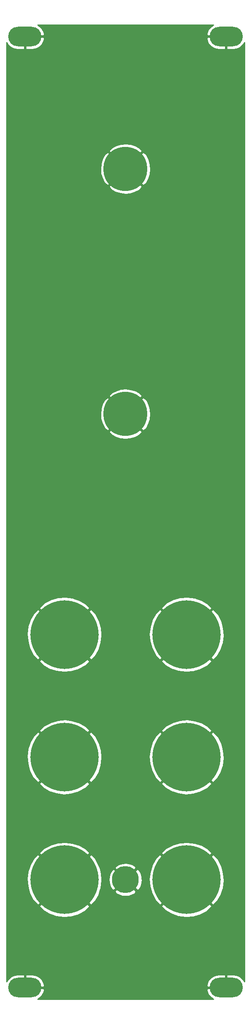
<source format=gbr>
%TF.GenerationSoftware,KiCad,Pcbnew,5.1.8-db9833491~87~ubuntu20.04.1*%
%TF.CreationDate,2020-11-18T23:17:20-05:00*%
%TF.ProjectId,mfos_noise-panel,6d666f73-5f6e-46f6-9973-652d70616e65,rev?*%
%TF.SameCoordinates,Original*%
%TF.FileFunction,Copper,L2,Bot*%
%TF.FilePolarity,Positive*%
%FSLAX46Y46*%
G04 Gerber Fmt 4.6, Leading zero omitted, Abs format (unit mm)*
G04 Created by KiCad (PCBNEW 5.1.8-db9833491~87~ubuntu20.04.1) date 2020-11-18 23:17:20*
%MOMM*%
%LPD*%
G01*
G04 APERTURE LIST*
%TA.AperFunction,ComponentPad*%
%ADD10O,6.800000X4.000000*%
%TD*%
%TA.AperFunction,ComponentPad*%
%ADD11C,14.000000*%
%TD*%
%TA.AperFunction,ComponentPad*%
%ADD12C,5.500000*%
%TD*%
%TA.AperFunction,ComponentPad*%
%ADD13C,9.000000*%
%TD*%
%TA.AperFunction,Conductor*%
%ADD14C,0.254000*%
%TD*%
%TA.AperFunction,Conductor*%
%ADD15C,0.100000*%
%TD*%
G04 APERTURE END LIST*
D10*
%TO.P,H11,1*%
%TO.N,GND*%
X110600000Y-197000000D03*
%TD*%
%TO.P,H13,1*%
%TO.N,GND*%
X110600000Y-3000000D03*
%TD*%
%TO.P,H12,1*%
%TO.N,GND*%
X69400000Y-197000000D03*
%TD*%
%TO.P,H10,1*%
%TO.N,GND*%
X69390000Y-3000000D03*
%TD*%
D11*
%TO.P,H9,1*%
%TO.N,GND*%
X102500000Y-175000000D03*
%TD*%
%TO.P,H8,1*%
%TO.N,GND*%
X77500000Y-150000000D03*
%TD*%
%TO.P,H7,1*%
%TO.N,GND*%
X77500000Y-175000000D03*
%TD*%
%TO.P,H6,1*%
%TO.N,GND*%
X102500000Y-125000000D03*
%TD*%
%TO.P,H5,1*%
%TO.N,GND*%
X102500000Y-150000000D03*
%TD*%
%TO.P,H4,1*%
%TO.N,GND*%
X77500000Y-125000000D03*
%TD*%
D12*
%TO.P,H3,1*%
%TO.N,GND*%
X90000000Y-175000000D03*
%TD*%
D13*
%TO.P,H2,1*%
%TO.N,GND*%
X90000000Y-80000000D03*
%TD*%
%TO.P,H1,1*%
%TO.N,GND*%
X90000000Y-30000000D03*
%TD*%
D14*
%TO.N,GND*%
X107630475Y-879635D02*
X107246970Y-1226576D01*
X106938519Y-1641669D01*
X106716975Y-2108962D01*
X106620333Y-2462838D01*
X106727009Y-2873000D01*
X110473000Y-2873000D01*
X110473000Y-2853000D01*
X110727000Y-2853000D01*
X110727000Y-2873000D01*
X110747000Y-2873000D01*
X110747000Y-3127000D01*
X110727000Y-3127000D01*
X110727000Y-5635000D01*
X112127000Y-5635000D01*
X112638623Y-5559593D01*
X113125704Y-5385822D01*
X113569525Y-5120365D01*
X113953030Y-4773424D01*
X114261481Y-4358331D01*
X114340000Y-4192714D01*
X114340001Y-195807288D01*
X114261481Y-195641669D01*
X113953030Y-195226576D01*
X113569525Y-194879635D01*
X113125704Y-194614178D01*
X112638623Y-194440407D01*
X112127000Y-194365000D01*
X110727000Y-194365000D01*
X110727000Y-196873000D01*
X110747000Y-196873000D01*
X110747000Y-197127000D01*
X110727000Y-197127000D01*
X110727000Y-197147000D01*
X110473000Y-197147000D01*
X110473000Y-197127000D01*
X106727009Y-197127000D01*
X106620333Y-197537162D01*
X106716975Y-197891038D01*
X106938519Y-198358331D01*
X107246970Y-198773424D01*
X107630475Y-199120365D01*
X107997686Y-199340000D01*
X72002314Y-199340000D01*
X72369525Y-199120365D01*
X72753030Y-198773424D01*
X73061481Y-198358331D01*
X73283025Y-197891038D01*
X73379667Y-197537162D01*
X73272991Y-197127000D01*
X69527000Y-197127000D01*
X69527000Y-197147000D01*
X69273000Y-197147000D01*
X69273000Y-197127000D01*
X69253000Y-197127000D01*
X69253000Y-196873000D01*
X69273000Y-196873000D01*
X69273000Y-194365000D01*
X69527000Y-194365000D01*
X69527000Y-196873000D01*
X73272991Y-196873000D01*
X73379667Y-196462838D01*
X106620333Y-196462838D01*
X106727009Y-196873000D01*
X110473000Y-196873000D01*
X110473000Y-194365000D01*
X109073000Y-194365000D01*
X108561377Y-194440407D01*
X108074296Y-194614178D01*
X107630475Y-194879635D01*
X107246970Y-195226576D01*
X106938519Y-195641669D01*
X106716975Y-196108962D01*
X106620333Y-196462838D01*
X73379667Y-196462838D01*
X73283025Y-196108962D01*
X73061481Y-195641669D01*
X72753030Y-195226576D01*
X72369525Y-194879635D01*
X71925704Y-194614178D01*
X71438623Y-194440407D01*
X70927000Y-194365000D01*
X69527000Y-194365000D01*
X69273000Y-194365000D01*
X67873000Y-194365000D01*
X67361377Y-194440407D01*
X66874296Y-194614178D01*
X66430475Y-194879635D01*
X66046970Y-195226576D01*
X65738519Y-195641669D01*
X65660000Y-195807286D01*
X65660000Y-180401674D01*
X72277932Y-180401674D01*
X73093908Y-181280530D01*
X74403840Y-182019437D01*
X75832756Y-182488591D01*
X77325743Y-182669963D01*
X78825428Y-182556583D01*
X80274176Y-182152807D01*
X81616314Y-181474153D01*
X81906092Y-181280530D01*
X82722068Y-180401674D01*
X97277932Y-180401674D01*
X98093908Y-181280530D01*
X99403840Y-182019437D01*
X100832756Y-182488591D01*
X102325743Y-182669963D01*
X103825428Y-182556583D01*
X105274176Y-182152807D01*
X106616314Y-181474153D01*
X106906092Y-181280530D01*
X107722068Y-180401674D01*
X102500000Y-175179605D01*
X97277932Y-180401674D01*
X82722068Y-180401674D01*
X77500000Y-175179605D01*
X72277932Y-180401674D01*
X65660000Y-180401674D01*
X65660000Y-174825743D01*
X69830037Y-174825743D01*
X69943417Y-176325428D01*
X70347193Y-177774176D01*
X71025847Y-179116314D01*
X71219470Y-179406092D01*
X72098326Y-180222068D01*
X77320395Y-175000000D01*
X77679605Y-175000000D01*
X82901674Y-180222068D01*
X83780530Y-179406092D01*
X84519437Y-178096160D01*
X84754268Y-177380928D01*
X87798677Y-177380928D01*
X88104859Y-177824503D01*
X88692306Y-178139954D01*
X89330008Y-178334740D01*
X89993457Y-178401372D01*
X90657158Y-178337292D01*
X91295605Y-178144962D01*
X91884262Y-177831772D01*
X91895141Y-177824503D01*
X92201323Y-177380928D01*
X90000000Y-175179605D01*
X87798677Y-177380928D01*
X84754268Y-177380928D01*
X84988591Y-176667244D01*
X85169963Y-175174257D01*
X85156295Y-174993457D01*
X86598628Y-174993457D01*
X86662708Y-175657158D01*
X86855038Y-176295605D01*
X87168228Y-176884262D01*
X87175497Y-176895141D01*
X87619072Y-177201323D01*
X89820395Y-175000000D01*
X90179605Y-175000000D01*
X92380928Y-177201323D01*
X92824503Y-176895141D01*
X93139954Y-176307694D01*
X93334740Y-175669992D01*
X93401372Y-175006543D01*
X93383916Y-174825743D01*
X94830037Y-174825743D01*
X94943417Y-176325428D01*
X95347193Y-177774176D01*
X96025847Y-179116314D01*
X96219470Y-179406092D01*
X97098326Y-180222068D01*
X102320395Y-175000000D01*
X102679605Y-175000000D01*
X107901674Y-180222068D01*
X108780530Y-179406092D01*
X109519437Y-178096160D01*
X109988591Y-176667244D01*
X110169963Y-175174257D01*
X110056583Y-173674572D01*
X109652807Y-172225824D01*
X108974153Y-170883686D01*
X108780530Y-170593908D01*
X107901674Y-169777932D01*
X102679605Y-175000000D01*
X102320395Y-175000000D01*
X97098326Y-169777932D01*
X96219470Y-170593908D01*
X95480563Y-171903840D01*
X95011409Y-173332756D01*
X94830037Y-174825743D01*
X93383916Y-174825743D01*
X93337292Y-174342842D01*
X93144962Y-173704395D01*
X92831772Y-173115738D01*
X92824503Y-173104859D01*
X92380928Y-172798677D01*
X90179605Y-175000000D01*
X89820395Y-175000000D01*
X87619072Y-172798677D01*
X87175497Y-173104859D01*
X86860046Y-173692306D01*
X86665260Y-174330008D01*
X86598628Y-174993457D01*
X85156295Y-174993457D01*
X85056583Y-173674572D01*
X84762408Y-172619072D01*
X87798677Y-172619072D01*
X90000000Y-174820395D01*
X92201323Y-172619072D01*
X91895141Y-172175497D01*
X91307694Y-171860046D01*
X90669992Y-171665260D01*
X90006543Y-171598628D01*
X89342842Y-171662708D01*
X88704395Y-171855038D01*
X88115738Y-172168228D01*
X88104859Y-172175497D01*
X87798677Y-172619072D01*
X84762408Y-172619072D01*
X84652807Y-172225824D01*
X83974153Y-170883686D01*
X83780530Y-170593908D01*
X82901674Y-169777932D01*
X77679605Y-175000000D01*
X77320395Y-175000000D01*
X72098326Y-169777932D01*
X71219470Y-170593908D01*
X70480563Y-171903840D01*
X70011409Y-173332756D01*
X69830037Y-174825743D01*
X65660000Y-174825743D01*
X65660000Y-169598326D01*
X72277932Y-169598326D01*
X77500000Y-174820395D01*
X82722068Y-169598326D01*
X97277932Y-169598326D01*
X102500000Y-174820395D01*
X107722068Y-169598326D01*
X106906092Y-168719470D01*
X105596160Y-167980563D01*
X104167244Y-167511409D01*
X102674257Y-167330037D01*
X101174572Y-167443417D01*
X99725824Y-167847193D01*
X98383686Y-168525847D01*
X98093908Y-168719470D01*
X97277932Y-169598326D01*
X82722068Y-169598326D01*
X81906092Y-168719470D01*
X80596160Y-167980563D01*
X79167244Y-167511409D01*
X77674257Y-167330037D01*
X76174572Y-167443417D01*
X74725824Y-167847193D01*
X73383686Y-168525847D01*
X73093908Y-168719470D01*
X72277932Y-169598326D01*
X65660000Y-169598326D01*
X65660000Y-155401674D01*
X72277932Y-155401674D01*
X73093908Y-156280530D01*
X74403840Y-157019437D01*
X75832756Y-157488591D01*
X77325743Y-157669963D01*
X78825428Y-157556583D01*
X80274176Y-157152807D01*
X81616314Y-156474153D01*
X81906092Y-156280530D01*
X82722068Y-155401674D01*
X97277932Y-155401674D01*
X98093908Y-156280530D01*
X99403840Y-157019437D01*
X100832756Y-157488591D01*
X102325743Y-157669963D01*
X103825428Y-157556583D01*
X105274176Y-157152807D01*
X106616314Y-156474153D01*
X106906092Y-156280530D01*
X107722068Y-155401674D01*
X102500000Y-150179605D01*
X97277932Y-155401674D01*
X82722068Y-155401674D01*
X77500000Y-150179605D01*
X72277932Y-155401674D01*
X65660000Y-155401674D01*
X65660000Y-149825743D01*
X69830037Y-149825743D01*
X69943417Y-151325428D01*
X70347193Y-152774176D01*
X71025847Y-154116314D01*
X71219470Y-154406092D01*
X72098326Y-155222068D01*
X77320395Y-150000000D01*
X77679605Y-150000000D01*
X82901674Y-155222068D01*
X83780530Y-154406092D01*
X84519437Y-153096160D01*
X84988591Y-151667244D01*
X85169963Y-150174257D01*
X85143615Y-149825743D01*
X94830037Y-149825743D01*
X94943417Y-151325428D01*
X95347193Y-152774176D01*
X96025847Y-154116314D01*
X96219470Y-154406092D01*
X97098326Y-155222068D01*
X102320395Y-150000000D01*
X102679605Y-150000000D01*
X107901674Y-155222068D01*
X108780530Y-154406092D01*
X109519437Y-153096160D01*
X109988591Y-151667244D01*
X110169963Y-150174257D01*
X110056583Y-148674572D01*
X109652807Y-147225824D01*
X108974153Y-145883686D01*
X108780530Y-145593908D01*
X107901674Y-144777932D01*
X102679605Y-150000000D01*
X102320395Y-150000000D01*
X97098326Y-144777932D01*
X96219470Y-145593908D01*
X95480563Y-146903840D01*
X95011409Y-148332756D01*
X94830037Y-149825743D01*
X85143615Y-149825743D01*
X85056583Y-148674572D01*
X84652807Y-147225824D01*
X83974153Y-145883686D01*
X83780530Y-145593908D01*
X82901674Y-144777932D01*
X77679605Y-150000000D01*
X77320395Y-150000000D01*
X72098326Y-144777932D01*
X71219470Y-145593908D01*
X70480563Y-146903840D01*
X70011409Y-148332756D01*
X69830037Y-149825743D01*
X65660000Y-149825743D01*
X65660000Y-144598326D01*
X72277932Y-144598326D01*
X77500000Y-149820395D01*
X82722068Y-144598326D01*
X97277932Y-144598326D01*
X102500000Y-149820395D01*
X107722068Y-144598326D01*
X106906092Y-143719470D01*
X105596160Y-142980563D01*
X104167244Y-142511409D01*
X102674257Y-142330037D01*
X101174572Y-142443417D01*
X99725824Y-142847193D01*
X98383686Y-143525847D01*
X98093908Y-143719470D01*
X97277932Y-144598326D01*
X82722068Y-144598326D01*
X81906092Y-143719470D01*
X80596160Y-142980563D01*
X79167244Y-142511409D01*
X77674257Y-142330037D01*
X76174572Y-142443417D01*
X74725824Y-142847193D01*
X73383686Y-143525847D01*
X73093908Y-143719470D01*
X72277932Y-144598326D01*
X65660000Y-144598326D01*
X65660000Y-130401674D01*
X72277932Y-130401674D01*
X73093908Y-131280530D01*
X74403840Y-132019437D01*
X75832756Y-132488591D01*
X77325743Y-132669963D01*
X78825428Y-132556583D01*
X80274176Y-132152807D01*
X81616314Y-131474153D01*
X81906092Y-131280530D01*
X82722068Y-130401674D01*
X97277932Y-130401674D01*
X98093908Y-131280530D01*
X99403840Y-132019437D01*
X100832756Y-132488591D01*
X102325743Y-132669963D01*
X103825428Y-132556583D01*
X105274176Y-132152807D01*
X106616314Y-131474153D01*
X106906092Y-131280530D01*
X107722068Y-130401674D01*
X102500000Y-125179605D01*
X97277932Y-130401674D01*
X82722068Y-130401674D01*
X77500000Y-125179605D01*
X72277932Y-130401674D01*
X65660000Y-130401674D01*
X65660000Y-124825743D01*
X69830037Y-124825743D01*
X69943417Y-126325428D01*
X70347193Y-127774176D01*
X71025847Y-129116314D01*
X71219470Y-129406092D01*
X72098326Y-130222068D01*
X77320395Y-125000000D01*
X77679605Y-125000000D01*
X82901674Y-130222068D01*
X83780530Y-129406092D01*
X84519437Y-128096160D01*
X84988591Y-126667244D01*
X85169963Y-125174257D01*
X85143615Y-124825743D01*
X94830037Y-124825743D01*
X94943417Y-126325428D01*
X95347193Y-127774176D01*
X96025847Y-129116314D01*
X96219470Y-129406092D01*
X97098326Y-130222068D01*
X102320395Y-125000000D01*
X102679605Y-125000000D01*
X107901674Y-130222068D01*
X108780530Y-129406092D01*
X109519437Y-128096160D01*
X109988591Y-126667244D01*
X110169963Y-125174257D01*
X110056583Y-123674572D01*
X109652807Y-122225824D01*
X108974153Y-120883686D01*
X108780530Y-120593908D01*
X107901674Y-119777932D01*
X102679605Y-125000000D01*
X102320395Y-125000000D01*
X97098326Y-119777932D01*
X96219470Y-120593908D01*
X95480563Y-121903840D01*
X95011409Y-123332756D01*
X94830037Y-124825743D01*
X85143615Y-124825743D01*
X85056583Y-123674572D01*
X84652807Y-122225824D01*
X83974153Y-120883686D01*
X83780530Y-120593908D01*
X82901674Y-119777932D01*
X77679605Y-125000000D01*
X77320395Y-125000000D01*
X72098326Y-119777932D01*
X71219470Y-120593908D01*
X70480563Y-121903840D01*
X70011409Y-123332756D01*
X69830037Y-124825743D01*
X65660000Y-124825743D01*
X65660000Y-119598326D01*
X72277932Y-119598326D01*
X77500000Y-124820395D01*
X82722068Y-119598326D01*
X97277932Y-119598326D01*
X102500000Y-124820395D01*
X107722068Y-119598326D01*
X106906092Y-118719470D01*
X105596160Y-117980563D01*
X104167244Y-117511409D01*
X102674257Y-117330037D01*
X101174572Y-117443417D01*
X99725824Y-117847193D01*
X98383686Y-118525847D01*
X98093908Y-118719470D01*
X97277932Y-119598326D01*
X82722068Y-119598326D01*
X81906092Y-118719470D01*
X80596160Y-117980563D01*
X79167244Y-117511409D01*
X77674257Y-117330037D01*
X76174572Y-117443417D01*
X74725824Y-117847193D01*
X73383686Y-118525847D01*
X73093908Y-118719470D01*
X72277932Y-119598326D01*
X65660000Y-119598326D01*
X65660000Y-83624971D01*
X86554634Y-83624971D01*
X87070783Y-84247788D01*
X87955768Y-84737630D01*
X88919314Y-85045407D01*
X89924389Y-85159293D01*
X90932370Y-85074910D01*
X91904520Y-84795501D01*
X92803481Y-84331803D01*
X92929217Y-84247788D01*
X93445366Y-83624971D01*
X90000000Y-80179605D01*
X86554634Y-83624971D01*
X65660000Y-83624971D01*
X65660000Y-79924389D01*
X84840707Y-79924389D01*
X84925090Y-80932370D01*
X85204499Y-81904520D01*
X85668197Y-82803481D01*
X85752212Y-82929217D01*
X86375029Y-83445366D01*
X89820395Y-80000000D01*
X90179605Y-80000000D01*
X93624971Y-83445366D01*
X94247788Y-82929217D01*
X94737630Y-82044232D01*
X95045407Y-81080686D01*
X95159293Y-80075611D01*
X95074910Y-79067630D01*
X94795501Y-78095480D01*
X94331803Y-77196519D01*
X94247788Y-77070783D01*
X93624971Y-76554634D01*
X90179605Y-80000000D01*
X89820395Y-80000000D01*
X86375029Y-76554634D01*
X85752212Y-77070783D01*
X85262370Y-77955768D01*
X84954593Y-78919314D01*
X84840707Y-79924389D01*
X65660000Y-79924389D01*
X65660000Y-76375029D01*
X86554634Y-76375029D01*
X90000000Y-79820395D01*
X93445366Y-76375029D01*
X92929217Y-75752212D01*
X92044232Y-75262370D01*
X91080686Y-74954593D01*
X90075611Y-74840707D01*
X89067630Y-74925090D01*
X88095480Y-75204499D01*
X87196519Y-75668197D01*
X87070783Y-75752212D01*
X86554634Y-76375029D01*
X65660000Y-76375029D01*
X65660000Y-33624971D01*
X86554634Y-33624971D01*
X87070783Y-34247788D01*
X87955768Y-34737630D01*
X88919314Y-35045407D01*
X89924389Y-35159293D01*
X90932370Y-35074910D01*
X91904520Y-34795501D01*
X92803481Y-34331803D01*
X92929217Y-34247788D01*
X93445366Y-33624971D01*
X90000000Y-30179605D01*
X86554634Y-33624971D01*
X65660000Y-33624971D01*
X65660000Y-29924389D01*
X84840707Y-29924389D01*
X84925090Y-30932370D01*
X85204499Y-31904520D01*
X85668197Y-32803481D01*
X85752212Y-32929217D01*
X86375029Y-33445366D01*
X89820395Y-30000000D01*
X90179605Y-30000000D01*
X93624971Y-33445366D01*
X94247788Y-32929217D01*
X94737630Y-32044232D01*
X95045407Y-31080686D01*
X95159293Y-30075611D01*
X95074910Y-29067630D01*
X94795501Y-28095480D01*
X94331803Y-27196519D01*
X94247788Y-27070783D01*
X93624971Y-26554634D01*
X90179605Y-30000000D01*
X89820395Y-30000000D01*
X86375029Y-26554634D01*
X85752212Y-27070783D01*
X85262370Y-27955768D01*
X84954593Y-28919314D01*
X84840707Y-29924389D01*
X65660000Y-29924389D01*
X65660000Y-26375029D01*
X86554634Y-26375029D01*
X90000000Y-29820395D01*
X93445366Y-26375029D01*
X92929217Y-25752212D01*
X92044232Y-25262370D01*
X91080686Y-24954593D01*
X90075611Y-24840707D01*
X89067630Y-24925090D01*
X88095480Y-25204499D01*
X87196519Y-25668197D01*
X87070783Y-25752212D01*
X86554634Y-26375029D01*
X65660000Y-26375029D01*
X65660000Y-4213807D01*
X65728519Y-4358331D01*
X66036970Y-4773424D01*
X66420475Y-5120365D01*
X66864296Y-5385822D01*
X67351377Y-5559593D01*
X67863000Y-5635000D01*
X69263000Y-5635000D01*
X69263000Y-3127000D01*
X69517000Y-3127000D01*
X69517000Y-5635000D01*
X70917000Y-5635000D01*
X71428623Y-5559593D01*
X71915704Y-5385822D01*
X72359525Y-5120365D01*
X72743030Y-4773424D01*
X73051481Y-4358331D01*
X73273025Y-3891038D01*
X73369667Y-3537162D01*
X106620333Y-3537162D01*
X106716975Y-3891038D01*
X106938519Y-4358331D01*
X107246970Y-4773424D01*
X107630475Y-5120365D01*
X108074296Y-5385822D01*
X108561377Y-5559593D01*
X109073000Y-5635000D01*
X110473000Y-5635000D01*
X110473000Y-3127000D01*
X106727009Y-3127000D01*
X106620333Y-3537162D01*
X73369667Y-3537162D01*
X73262991Y-3127000D01*
X69517000Y-3127000D01*
X69263000Y-3127000D01*
X69243000Y-3127000D01*
X69243000Y-2873000D01*
X69263000Y-2873000D01*
X69263000Y-2853000D01*
X69517000Y-2853000D01*
X69517000Y-2873000D01*
X73262991Y-2873000D01*
X73369667Y-2462838D01*
X73273025Y-2108962D01*
X73051481Y-1641669D01*
X72743030Y-1226576D01*
X72359525Y-879635D01*
X71992314Y-660000D01*
X107997686Y-660000D01*
X107630475Y-879635D01*
%TA.AperFunction,Conductor*%
D15*
G36*
X107630475Y-879635D02*
G01*
X107246970Y-1226576D01*
X106938519Y-1641669D01*
X106716975Y-2108962D01*
X106620333Y-2462838D01*
X106727009Y-2873000D01*
X110473000Y-2873000D01*
X110473000Y-2853000D01*
X110727000Y-2853000D01*
X110727000Y-2873000D01*
X110747000Y-2873000D01*
X110747000Y-3127000D01*
X110727000Y-3127000D01*
X110727000Y-5635000D01*
X112127000Y-5635000D01*
X112638623Y-5559593D01*
X113125704Y-5385822D01*
X113569525Y-5120365D01*
X113953030Y-4773424D01*
X114261481Y-4358331D01*
X114340000Y-4192714D01*
X114340001Y-195807288D01*
X114261481Y-195641669D01*
X113953030Y-195226576D01*
X113569525Y-194879635D01*
X113125704Y-194614178D01*
X112638623Y-194440407D01*
X112127000Y-194365000D01*
X110727000Y-194365000D01*
X110727000Y-196873000D01*
X110747000Y-196873000D01*
X110747000Y-197127000D01*
X110727000Y-197127000D01*
X110727000Y-197147000D01*
X110473000Y-197147000D01*
X110473000Y-197127000D01*
X106727009Y-197127000D01*
X106620333Y-197537162D01*
X106716975Y-197891038D01*
X106938519Y-198358331D01*
X107246970Y-198773424D01*
X107630475Y-199120365D01*
X107997686Y-199340000D01*
X72002314Y-199340000D01*
X72369525Y-199120365D01*
X72753030Y-198773424D01*
X73061481Y-198358331D01*
X73283025Y-197891038D01*
X73379667Y-197537162D01*
X73272991Y-197127000D01*
X69527000Y-197127000D01*
X69527000Y-197147000D01*
X69273000Y-197147000D01*
X69273000Y-197127000D01*
X69253000Y-197127000D01*
X69253000Y-196873000D01*
X69273000Y-196873000D01*
X69273000Y-194365000D01*
X69527000Y-194365000D01*
X69527000Y-196873000D01*
X73272991Y-196873000D01*
X73379667Y-196462838D01*
X106620333Y-196462838D01*
X106727009Y-196873000D01*
X110473000Y-196873000D01*
X110473000Y-194365000D01*
X109073000Y-194365000D01*
X108561377Y-194440407D01*
X108074296Y-194614178D01*
X107630475Y-194879635D01*
X107246970Y-195226576D01*
X106938519Y-195641669D01*
X106716975Y-196108962D01*
X106620333Y-196462838D01*
X73379667Y-196462838D01*
X73283025Y-196108962D01*
X73061481Y-195641669D01*
X72753030Y-195226576D01*
X72369525Y-194879635D01*
X71925704Y-194614178D01*
X71438623Y-194440407D01*
X70927000Y-194365000D01*
X69527000Y-194365000D01*
X69273000Y-194365000D01*
X67873000Y-194365000D01*
X67361377Y-194440407D01*
X66874296Y-194614178D01*
X66430475Y-194879635D01*
X66046970Y-195226576D01*
X65738519Y-195641669D01*
X65660000Y-195807286D01*
X65660000Y-180401674D01*
X72277932Y-180401674D01*
X73093908Y-181280530D01*
X74403840Y-182019437D01*
X75832756Y-182488591D01*
X77325743Y-182669963D01*
X78825428Y-182556583D01*
X80274176Y-182152807D01*
X81616314Y-181474153D01*
X81906092Y-181280530D01*
X82722068Y-180401674D01*
X97277932Y-180401674D01*
X98093908Y-181280530D01*
X99403840Y-182019437D01*
X100832756Y-182488591D01*
X102325743Y-182669963D01*
X103825428Y-182556583D01*
X105274176Y-182152807D01*
X106616314Y-181474153D01*
X106906092Y-181280530D01*
X107722068Y-180401674D01*
X102500000Y-175179605D01*
X97277932Y-180401674D01*
X82722068Y-180401674D01*
X77500000Y-175179605D01*
X72277932Y-180401674D01*
X65660000Y-180401674D01*
X65660000Y-174825743D01*
X69830037Y-174825743D01*
X69943417Y-176325428D01*
X70347193Y-177774176D01*
X71025847Y-179116314D01*
X71219470Y-179406092D01*
X72098326Y-180222068D01*
X77320395Y-175000000D01*
X77679605Y-175000000D01*
X82901674Y-180222068D01*
X83780530Y-179406092D01*
X84519437Y-178096160D01*
X84754268Y-177380928D01*
X87798677Y-177380928D01*
X88104859Y-177824503D01*
X88692306Y-178139954D01*
X89330008Y-178334740D01*
X89993457Y-178401372D01*
X90657158Y-178337292D01*
X91295605Y-178144962D01*
X91884262Y-177831772D01*
X91895141Y-177824503D01*
X92201323Y-177380928D01*
X90000000Y-175179605D01*
X87798677Y-177380928D01*
X84754268Y-177380928D01*
X84988591Y-176667244D01*
X85169963Y-175174257D01*
X85156295Y-174993457D01*
X86598628Y-174993457D01*
X86662708Y-175657158D01*
X86855038Y-176295605D01*
X87168228Y-176884262D01*
X87175497Y-176895141D01*
X87619072Y-177201323D01*
X89820395Y-175000000D01*
X90179605Y-175000000D01*
X92380928Y-177201323D01*
X92824503Y-176895141D01*
X93139954Y-176307694D01*
X93334740Y-175669992D01*
X93401372Y-175006543D01*
X93383916Y-174825743D01*
X94830037Y-174825743D01*
X94943417Y-176325428D01*
X95347193Y-177774176D01*
X96025847Y-179116314D01*
X96219470Y-179406092D01*
X97098326Y-180222068D01*
X102320395Y-175000000D01*
X102679605Y-175000000D01*
X107901674Y-180222068D01*
X108780530Y-179406092D01*
X109519437Y-178096160D01*
X109988591Y-176667244D01*
X110169963Y-175174257D01*
X110056583Y-173674572D01*
X109652807Y-172225824D01*
X108974153Y-170883686D01*
X108780530Y-170593908D01*
X107901674Y-169777932D01*
X102679605Y-175000000D01*
X102320395Y-175000000D01*
X97098326Y-169777932D01*
X96219470Y-170593908D01*
X95480563Y-171903840D01*
X95011409Y-173332756D01*
X94830037Y-174825743D01*
X93383916Y-174825743D01*
X93337292Y-174342842D01*
X93144962Y-173704395D01*
X92831772Y-173115738D01*
X92824503Y-173104859D01*
X92380928Y-172798677D01*
X90179605Y-175000000D01*
X89820395Y-175000000D01*
X87619072Y-172798677D01*
X87175497Y-173104859D01*
X86860046Y-173692306D01*
X86665260Y-174330008D01*
X86598628Y-174993457D01*
X85156295Y-174993457D01*
X85056583Y-173674572D01*
X84762408Y-172619072D01*
X87798677Y-172619072D01*
X90000000Y-174820395D01*
X92201323Y-172619072D01*
X91895141Y-172175497D01*
X91307694Y-171860046D01*
X90669992Y-171665260D01*
X90006543Y-171598628D01*
X89342842Y-171662708D01*
X88704395Y-171855038D01*
X88115738Y-172168228D01*
X88104859Y-172175497D01*
X87798677Y-172619072D01*
X84762408Y-172619072D01*
X84652807Y-172225824D01*
X83974153Y-170883686D01*
X83780530Y-170593908D01*
X82901674Y-169777932D01*
X77679605Y-175000000D01*
X77320395Y-175000000D01*
X72098326Y-169777932D01*
X71219470Y-170593908D01*
X70480563Y-171903840D01*
X70011409Y-173332756D01*
X69830037Y-174825743D01*
X65660000Y-174825743D01*
X65660000Y-169598326D01*
X72277932Y-169598326D01*
X77500000Y-174820395D01*
X82722068Y-169598326D01*
X97277932Y-169598326D01*
X102500000Y-174820395D01*
X107722068Y-169598326D01*
X106906092Y-168719470D01*
X105596160Y-167980563D01*
X104167244Y-167511409D01*
X102674257Y-167330037D01*
X101174572Y-167443417D01*
X99725824Y-167847193D01*
X98383686Y-168525847D01*
X98093908Y-168719470D01*
X97277932Y-169598326D01*
X82722068Y-169598326D01*
X81906092Y-168719470D01*
X80596160Y-167980563D01*
X79167244Y-167511409D01*
X77674257Y-167330037D01*
X76174572Y-167443417D01*
X74725824Y-167847193D01*
X73383686Y-168525847D01*
X73093908Y-168719470D01*
X72277932Y-169598326D01*
X65660000Y-169598326D01*
X65660000Y-155401674D01*
X72277932Y-155401674D01*
X73093908Y-156280530D01*
X74403840Y-157019437D01*
X75832756Y-157488591D01*
X77325743Y-157669963D01*
X78825428Y-157556583D01*
X80274176Y-157152807D01*
X81616314Y-156474153D01*
X81906092Y-156280530D01*
X82722068Y-155401674D01*
X97277932Y-155401674D01*
X98093908Y-156280530D01*
X99403840Y-157019437D01*
X100832756Y-157488591D01*
X102325743Y-157669963D01*
X103825428Y-157556583D01*
X105274176Y-157152807D01*
X106616314Y-156474153D01*
X106906092Y-156280530D01*
X107722068Y-155401674D01*
X102500000Y-150179605D01*
X97277932Y-155401674D01*
X82722068Y-155401674D01*
X77500000Y-150179605D01*
X72277932Y-155401674D01*
X65660000Y-155401674D01*
X65660000Y-149825743D01*
X69830037Y-149825743D01*
X69943417Y-151325428D01*
X70347193Y-152774176D01*
X71025847Y-154116314D01*
X71219470Y-154406092D01*
X72098326Y-155222068D01*
X77320395Y-150000000D01*
X77679605Y-150000000D01*
X82901674Y-155222068D01*
X83780530Y-154406092D01*
X84519437Y-153096160D01*
X84988591Y-151667244D01*
X85169963Y-150174257D01*
X85143615Y-149825743D01*
X94830037Y-149825743D01*
X94943417Y-151325428D01*
X95347193Y-152774176D01*
X96025847Y-154116314D01*
X96219470Y-154406092D01*
X97098326Y-155222068D01*
X102320395Y-150000000D01*
X102679605Y-150000000D01*
X107901674Y-155222068D01*
X108780530Y-154406092D01*
X109519437Y-153096160D01*
X109988591Y-151667244D01*
X110169963Y-150174257D01*
X110056583Y-148674572D01*
X109652807Y-147225824D01*
X108974153Y-145883686D01*
X108780530Y-145593908D01*
X107901674Y-144777932D01*
X102679605Y-150000000D01*
X102320395Y-150000000D01*
X97098326Y-144777932D01*
X96219470Y-145593908D01*
X95480563Y-146903840D01*
X95011409Y-148332756D01*
X94830037Y-149825743D01*
X85143615Y-149825743D01*
X85056583Y-148674572D01*
X84652807Y-147225824D01*
X83974153Y-145883686D01*
X83780530Y-145593908D01*
X82901674Y-144777932D01*
X77679605Y-150000000D01*
X77320395Y-150000000D01*
X72098326Y-144777932D01*
X71219470Y-145593908D01*
X70480563Y-146903840D01*
X70011409Y-148332756D01*
X69830037Y-149825743D01*
X65660000Y-149825743D01*
X65660000Y-144598326D01*
X72277932Y-144598326D01*
X77500000Y-149820395D01*
X82722068Y-144598326D01*
X97277932Y-144598326D01*
X102500000Y-149820395D01*
X107722068Y-144598326D01*
X106906092Y-143719470D01*
X105596160Y-142980563D01*
X104167244Y-142511409D01*
X102674257Y-142330037D01*
X101174572Y-142443417D01*
X99725824Y-142847193D01*
X98383686Y-143525847D01*
X98093908Y-143719470D01*
X97277932Y-144598326D01*
X82722068Y-144598326D01*
X81906092Y-143719470D01*
X80596160Y-142980563D01*
X79167244Y-142511409D01*
X77674257Y-142330037D01*
X76174572Y-142443417D01*
X74725824Y-142847193D01*
X73383686Y-143525847D01*
X73093908Y-143719470D01*
X72277932Y-144598326D01*
X65660000Y-144598326D01*
X65660000Y-130401674D01*
X72277932Y-130401674D01*
X73093908Y-131280530D01*
X74403840Y-132019437D01*
X75832756Y-132488591D01*
X77325743Y-132669963D01*
X78825428Y-132556583D01*
X80274176Y-132152807D01*
X81616314Y-131474153D01*
X81906092Y-131280530D01*
X82722068Y-130401674D01*
X97277932Y-130401674D01*
X98093908Y-131280530D01*
X99403840Y-132019437D01*
X100832756Y-132488591D01*
X102325743Y-132669963D01*
X103825428Y-132556583D01*
X105274176Y-132152807D01*
X106616314Y-131474153D01*
X106906092Y-131280530D01*
X107722068Y-130401674D01*
X102500000Y-125179605D01*
X97277932Y-130401674D01*
X82722068Y-130401674D01*
X77500000Y-125179605D01*
X72277932Y-130401674D01*
X65660000Y-130401674D01*
X65660000Y-124825743D01*
X69830037Y-124825743D01*
X69943417Y-126325428D01*
X70347193Y-127774176D01*
X71025847Y-129116314D01*
X71219470Y-129406092D01*
X72098326Y-130222068D01*
X77320395Y-125000000D01*
X77679605Y-125000000D01*
X82901674Y-130222068D01*
X83780530Y-129406092D01*
X84519437Y-128096160D01*
X84988591Y-126667244D01*
X85169963Y-125174257D01*
X85143615Y-124825743D01*
X94830037Y-124825743D01*
X94943417Y-126325428D01*
X95347193Y-127774176D01*
X96025847Y-129116314D01*
X96219470Y-129406092D01*
X97098326Y-130222068D01*
X102320395Y-125000000D01*
X102679605Y-125000000D01*
X107901674Y-130222068D01*
X108780530Y-129406092D01*
X109519437Y-128096160D01*
X109988591Y-126667244D01*
X110169963Y-125174257D01*
X110056583Y-123674572D01*
X109652807Y-122225824D01*
X108974153Y-120883686D01*
X108780530Y-120593908D01*
X107901674Y-119777932D01*
X102679605Y-125000000D01*
X102320395Y-125000000D01*
X97098326Y-119777932D01*
X96219470Y-120593908D01*
X95480563Y-121903840D01*
X95011409Y-123332756D01*
X94830037Y-124825743D01*
X85143615Y-124825743D01*
X85056583Y-123674572D01*
X84652807Y-122225824D01*
X83974153Y-120883686D01*
X83780530Y-120593908D01*
X82901674Y-119777932D01*
X77679605Y-125000000D01*
X77320395Y-125000000D01*
X72098326Y-119777932D01*
X71219470Y-120593908D01*
X70480563Y-121903840D01*
X70011409Y-123332756D01*
X69830037Y-124825743D01*
X65660000Y-124825743D01*
X65660000Y-119598326D01*
X72277932Y-119598326D01*
X77500000Y-124820395D01*
X82722068Y-119598326D01*
X97277932Y-119598326D01*
X102500000Y-124820395D01*
X107722068Y-119598326D01*
X106906092Y-118719470D01*
X105596160Y-117980563D01*
X104167244Y-117511409D01*
X102674257Y-117330037D01*
X101174572Y-117443417D01*
X99725824Y-117847193D01*
X98383686Y-118525847D01*
X98093908Y-118719470D01*
X97277932Y-119598326D01*
X82722068Y-119598326D01*
X81906092Y-118719470D01*
X80596160Y-117980563D01*
X79167244Y-117511409D01*
X77674257Y-117330037D01*
X76174572Y-117443417D01*
X74725824Y-117847193D01*
X73383686Y-118525847D01*
X73093908Y-118719470D01*
X72277932Y-119598326D01*
X65660000Y-119598326D01*
X65660000Y-83624971D01*
X86554634Y-83624971D01*
X87070783Y-84247788D01*
X87955768Y-84737630D01*
X88919314Y-85045407D01*
X89924389Y-85159293D01*
X90932370Y-85074910D01*
X91904520Y-84795501D01*
X92803481Y-84331803D01*
X92929217Y-84247788D01*
X93445366Y-83624971D01*
X90000000Y-80179605D01*
X86554634Y-83624971D01*
X65660000Y-83624971D01*
X65660000Y-79924389D01*
X84840707Y-79924389D01*
X84925090Y-80932370D01*
X85204499Y-81904520D01*
X85668197Y-82803481D01*
X85752212Y-82929217D01*
X86375029Y-83445366D01*
X89820395Y-80000000D01*
X90179605Y-80000000D01*
X93624971Y-83445366D01*
X94247788Y-82929217D01*
X94737630Y-82044232D01*
X95045407Y-81080686D01*
X95159293Y-80075611D01*
X95074910Y-79067630D01*
X94795501Y-78095480D01*
X94331803Y-77196519D01*
X94247788Y-77070783D01*
X93624971Y-76554634D01*
X90179605Y-80000000D01*
X89820395Y-80000000D01*
X86375029Y-76554634D01*
X85752212Y-77070783D01*
X85262370Y-77955768D01*
X84954593Y-78919314D01*
X84840707Y-79924389D01*
X65660000Y-79924389D01*
X65660000Y-76375029D01*
X86554634Y-76375029D01*
X90000000Y-79820395D01*
X93445366Y-76375029D01*
X92929217Y-75752212D01*
X92044232Y-75262370D01*
X91080686Y-74954593D01*
X90075611Y-74840707D01*
X89067630Y-74925090D01*
X88095480Y-75204499D01*
X87196519Y-75668197D01*
X87070783Y-75752212D01*
X86554634Y-76375029D01*
X65660000Y-76375029D01*
X65660000Y-33624971D01*
X86554634Y-33624971D01*
X87070783Y-34247788D01*
X87955768Y-34737630D01*
X88919314Y-35045407D01*
X89924389Y-35159293D01*
X90932370Y-35074910D01*
X91904520Y-34795501D01*
X92803481Y-34331803D01*
X92929217Y-34247788D01*
X93445366Y-33624971D01*
X90000000Y-30179605D01*
X86554634Y-33624971D01*
X65660000Y-33624971D01*
X65660000Y-29924389D01*
X84840707Y-29924389D01*
X84925090Y-30932370D01*
X85204499Y-31904520D01*
X85668197Y-32803481D01*
X85752212Y-32929217D01*
X86375029Y-33445366D01*
X89820395Y-30000000D01*
X90179605Y-30000000D01*
X93624971Y-33445366D01*
X94247788Y-32929217D01*
X94737630Y-32044232D01*
X95045407Y-31080686D01*
X95159293Y-30075611D01*
X95074910Y-29067630D01*
X94795501Y-28095480D01*
X94331803Y-27196519D01*
X94247788Y-27070783D01*
X93624971Y-26554634D01*
X90179605Y-30000000D01*
X89820395Y-30000000D01*
X86375029Y-26554634D01*
X85752212Y-27070783D01*
X85262370Y-27955768D01*
X84954593Y-28919314D01*
X84840707Y-29924389D01*
X65660000Y-29924389D01*
X65660000Y-26375029D01*
X86554634Y-26375029D01*
X90000000Y-29820395D01*
X93445366Y-26375029D01*
X92929217Y-25752212D01*
X92044232Y-25262370D01*
X91080686Y-24954593D01*
X90075611Y-24840707D01*
X89067630Y-24925090D01*
X88095480Y-25204499D01*
X87196519Y-25668197D01*
X87070783Y-25752212D01*
X86554634Y-26375029D01*
X65660000Y-26375029D01*
X65660000Y-4213807D01*
X65728519Y-4358331D01*
X66036970Y-4773424D01*
X66420475Y-5120365D01*
X66864296Y-5385822D01*
X67351377Y-5559593D01*
X67863000Y-5635000D01*
X69263000Y-5635000D01*
X69263000Y-3127000D01*
X69517000Y-3127000D01*
X69517000Y-5635000D01*
X70917000Y-5635000D01*
X71428623Y-5559593D01*
X71915704Y-5385822D01*
X72359525Y-5120365D01*
X72743030Y-4773424D01*
X73051481Y-4358331D01*
X73273025Y-3891038D01*
X73369667Y-3537162D01*
X106620333Y-3537162D01*
X106716975Y-3891038D01*
X106938519Y-4358331D01*
X107246970Y-4773424D01*
X107630475Y-5120365D01*
X108074296Y-5385822D01*
X108561377Y-5559593D01*
X109073000Y-5635000D01*
X110473000Y-5635000D01*
X110473000Y-3127000D01*
X106727009Y-3127000D01*
X106620333Y-3537162D01*
X73369667Y-3537162D01*
X73262991Y-3127000D01*
X69517000Y-3127000D01*
X69263000Y-3127000D01*
X69243000Y-3127000D01*
X69243000Y-2873000D01*
X69263000Y-2873000D01*
X69263000Y-2853000D01*
X69517000Y-2853000D01*
X69517000Y-2873000D01*
X73262991Y-2873000D01*
X73369667Y-2462838D01*
X73273025Y-2108962D01*
X73051481Y-1641669D01*
X72743030Y-1226576D01*
X72359525Y-879635D01*
X71992314Y-660000D01*
X107997686Y-660000D01*
X107630475Y-879635D01*
G37*
%TD.AperFunction*%
%TD*%
M02*

</source>
